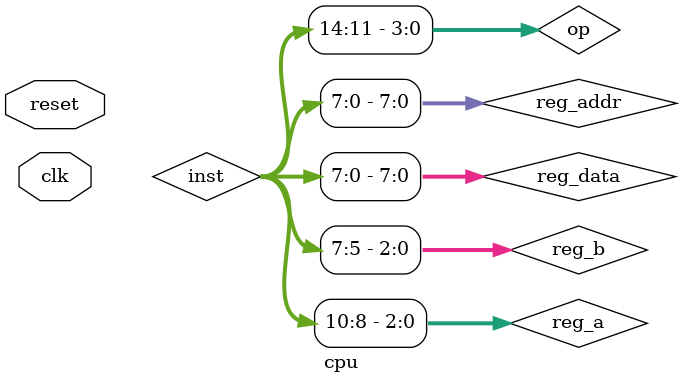
<source format=v>
module cpu ( clk, reset );

   input clk, reset;

   // PC
   reg [7:0] pc, pc1;

   // Flag
   reg       flag_eq, flag_eq1;

   // Instruction
   reg [14:0] inst;
   wire [3:0] op = inst[14:11];
   wire [2:0] reg_a = inst[10:8];
   wire [2:0] reg_b = inst[7:5];
   wire [7:0] reg_data = inst[7:0];
   wire [7:0] reg_addr = inst[7:0];

   // Registers
   reg [15:0] _reg [7:0];
   reg [2:0]  reg_idx;
   reg [15:0] reg_in;
   reg        reg_we;
   wire [15:0] reg0 = _reg[0];
   wire [15:0] reg1 = _reg[1];
   wire [15:0] reg2 = _reg[2];
   wire [15:0] reg3 = _reg[3];
   wire [15:0] reg4 = _reg[4];
   wire [15:0] reg5 = _reg[5];
   wire [15:0] reg6 = _reg[6];
   wire [15:0] reg7 = _reg[7];

   // ROM
   reg [14:0] rom [255:0];

   // RAM
   reg [15:0] ram [255:0];
   reg [7:0]  ram_addr;
   reg [15:0] ram_in;
   reg        ram_we;

   // Fetch
   always @*
     inst <= rom[pc];

   // Execute
   always @*
     case (op)
       4'b0000: begin           // MOV
          pc1 <= pc + 1;
          flag_eq1 <= flag_eq;
          reg_we <= 1'b1;
          reg_idx <= reg_a;
          reg_in <= _reg[reg_b];
          ram_we <= 1'b0;
       end
       4'b0001: begin           // ADD
          pc1 <= pc + 1;
          flag_eq1 <= flag_eq;
          reg_we <= 1'b1;
          reg_idx <= reg_a;
          reg_in <= _reg[reg_a] + _reg[reg_b];
          ram_we <= 1'b0;
       end
       4'b0010: begin           // SUB
          pc1 <= pc + 1;
          flag_eq1 <= flag_eq;
          reg_we <= 1'b1;
          reg_idx <= reg_a;
          reg_in <= _reg[reg_a] - _reg[reg_b];
          ram_we <= 1'b0;
       end
       4'b0011: begin           // AND
          pc1 <= pc + 1;
          flag_eq1 <= flag_eq;
          reg_we <= 1'b1;
          reg_idx <= reg_a;
          reg_in <= _reg[reg_a] & _reg[reg_b];
          ram_we <= 1'b0;
       end
       4'b0100: begin           // OR
          pc1 <= pc + 1;
          flag_eq1 <= flag_eq;
          reg_we <= 1'b1;
          reg_idx <= reg_a;
          reg_in <= _reg[reg_a] | _reg[reg_b];
          ram_we <= 1'b0;
       end
       4'b0101: begin           // SL
          pc1 <= pc + 1;
          flag_eq1 <= flag_eq;
          reg_we <= 1'b1;
          reg_idx <= reg_a;
          reg_in <= _reg[reg_a] << 1;
          ram_we <= 1'b0;
       end
       4'b0110: begin           // SR
          pc1 <= pc + 1;
          flag_eq1 <= flag_eq;
          reg_we <= 1'b1;
          reg_idx <= reg_a;
          reg_in <= { 1'b0, _reg[reg_a][15:1] };
          ram_we <= 1'b0;
       end
       4'b0111: begin           // SRA
          pc1 <= pc + 1;
          flag_eq1 <= flag_eq;
          reg_we <= 1'b1;
          reg_idx <= reg_a;
          reg_in <= { _reg[reg_a][15], _reg[reg_a][15:1] };
          ram_we <= 1'b0;
       end
       4'b1000: begin           // LDL
          pc1 <= pc + 1;
          flag_eq1 <= flag_eq;
          reg_we <= 1'b1;
          reg_idx <= reg_a;
          reg_in <= (_reg[reg_a] & 16'hff00) | { 8'h00, reg_data };
          ram_we <= 1'b0;
       end
       4'b1001: begin           // LDH
          pc1 <= pc + 1;
          flag_eq1 <= flag_eq;
          reg_we <= 1'b1;
          reg_idx <= reg_a;
          reg_in <= (_reg[reg_a] & 16'h00ff) | { reg_data, 8'h00 };
          ram_we <= 1'b0;
       end
       4'b1010: begin           // CMP
          pc1 <= pc + 1;
          flag_eq1 <= (_reg[reg_a] == _reg[reg_b]);
          reg_we <= 1'b0;
          ram_we <= 1'b0;
       end
       4'b1011: begin           // JE
          pc1 <= flag_eq ? reg_addr : pc + 1;
          flag_eq1 <= flag_eq;
          reg_we <= 1'b0;
          ram_we <= 1'b0;
       end
       4'b1100: begin           // JMP
          pc1 <= reg_addr;
          flag_eq1 <= flag_eq;
          reg_we <= 1'b0;
          ram_we <= 1'b0;
       end
       4'b1101: begin           // LD
          pc1 <= pc + 1;
          flag_eq1 <= flag_eq;
          reg_we <= 1'b1;
          reg_idx <= reg_a;
          reg_in <= ram[reg_addr];
          ram_we <= 1'b0;
       end
       4'b1110: begin           // ST
          pc1 <= pc + 1;
          flag_eq1 <= flag_eq;
          reg_we <= 1'b0;
          ram_we <= 1'b1;
          ram_addr <= reg_addr;
          ram_in <= _reg[reg_a];
       end
       4'b1111: begin           // HLT
          pc1 <= pc;
          flag_eq1 <= flag_eq;
          reg_we <= 1'b0;
          ram_we <= 1'b0;
       end
       default: begin
          pc1 <= 16'hxxxx;
          flag_eq1 <= 1'bx;
          reg_we <= 1'bx;
          ram_we <= 1'bx;
       end
     endcase

   // Write back
   always @(posedge clk) begin
      // PC
      pc <= pc1;
      // Flag
      flag_eq <= flag_eq1;
      // Registers
      if (reg_we)
         _reg[reg_idx] <= reg_in;
      // RAM
      if (ram_we)
         ram[ram_addr] <= ram_in;
   end

   // Reset
   integer i;
   always @(negedge reset) begin
      // PC
      pc <= 0;
      // Flag
      flag_eq <= 0;
      // Registers
      for ( i=0; i<8; i++ )
        _reg[i] <= 0;
      // ROM
      rom[0] <= 15'b100000000000001;   // MOV: ldl reg0 0x01
      rom[1] <= 15'b100000100000010;   //      ldl reg1 0x02
      rom[2] <= 15'b000000000100000;   //      mov reg0 reg1
      rom[3] <= 15'b100000000000001;   // ADD: ldl reg0 0x01
      rom[4] <= 15'b100000100000010;   //      ldl reg1 0x02
      rom[5] <= 15'b000100000100000;   //      add reg0 reg1
      rom[6] <= 15'b100000000000010;   // SUB: ldl reg0 0x02
      rom[7] <= 15'b100000100000001;   //      ldl reg1 0x01
      rom[8] <= 15'b001000000100000;   //      sub reg0 reg1
      rom[9] <= 15'b100000000000011;   // AND: ldl reg0 0x03
      rom[10] <= 15'b100000100000001;  //      ldl reg1 0x01
      rom[11] <= 15'b001100000100000;  //      and reg0 reg1
      rom[12] <= 15'b100000000000001;  // OR:  ldl reg0 0x01
      rom[13] <= 15'b100000100000010;  //      ldl reg1 0x02
      rom[14] <= 15'b010000000100000;  //      or  reg0 reg1
      rom[15] <= 15'b100000000000001;  // SL:  ldl reg0 0x01
      rom[16] <= 15'b010100000000000;  //      sl
      rom[17] <= 15'b100000011111111;  // SR:  ldl reg0 0xff
      rom[18] <= 15'b100100011111111;  //      ldh reg0 0xff
      rom[19] <= 15'b011000000000000;  //      sr
      rom[20] <= 15'b100000011111111;  // SRA: ldl reg0 0xff
      rom[21] <= 15'b100100010000000;  //      ldh reg0 0x80
      rom[22] <= 15'b011100000000000;  //      sra
      rom[23] <= 15'b100000011111111;  //      ldl reg0 0xff
      rom[24] <= 15'b100100000000000;  //      ldh reg0 0x00
      rom[25] <= 15'b011100000000000;  //      sra
      rom[26] <= 15'b100000000000001;  // CMP: ldl reg0 0x01
      rom[27] <= 15'b100000100000001;  //      ldl reg1 0x01
      rom[28] <= 15'b101000000100000;  //      cmp reg0 reg1
      rom[29] <= 15'b100000000000001;  //      ldl reg0 0x01
      rom[30] <= 15'b100000100000010;  //      ldl reg1 0x02
      rom[31] <= 15'b101000000100000;  //      cmp reg0 reg1
      rom[32] <= 15'b100000000000001;  // JE:  ldl reg0 0x01
      rom[33] <= 15'b100000100000001;  //      ldl reg1 0x01
      rom[34] <= 15'b101000000100000;  //      cmp reg0 reg1
      rom[35] <= 15'b101100000100101;  //      je  0x25
      rom[36] <= 15'b000000000000000;  //      mov reg0 reg0
      rom[37] <= 15'b100000000000001;  //      ldl reg0 0x01
      rom[38] <= 15'b100000100000010;  //      ldl reg1 0x02
      rom[39] <= 15'b101000000100000;  //      cmp reg0 reg1
      rom[40] <= 15'b101100000000000;  //      je  0x00
      rom[41] <= 15'b110000000101011;  // JMP: jmp 0x2b
      rom[42] <= 15'b000000000000000;  //      mov reg0 reg0
      rom[43] <= 15'b100000000000001;  // ST:  ldl reg0 0x01
      rom[44] <= 15'b100000100000000;  //      ldl reg1 0x00
      rom[45] <= 15'b111000000000000;  //      st  reg0 0x00
      rom[46] <= 15'b110100100000000;  // LD:  ld  reg1 0x00
      rom[47] <= 15'b111100000000000;  // HLT: hlt
      for ( i=48; i<256; i++ )
        rom[i] <= 0;
      // RAM
      for ( i=0; i<256; i++ )
        ram[i] <= 0;
   end

endmodule

</source>
